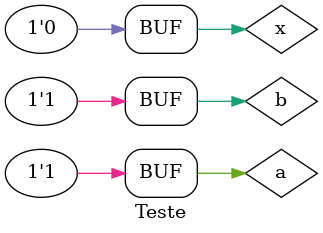
<source format=v>


module Multiplex (s0,s1,a,b,c,d,x);
	input a,b,c,d,x;
	output s0,s1;
	wire q1,q2,q3,q4;
	not not1 (q0,x); //x'
	and (q1,a,q0);
	and (q2,q0,b);
	and (q3,c,x);
	and (q4,d,x);
	or  (s0,q1,q3);
	or (s1,q2,q4);
endmodule

module Grupos (s0,s1,a,b,x);
	input a,b,x;
	output s0,s1;
	wire q0,q1,q2,q3;
	nand (q0,a,b);
	nor (q1,a,b);
	and (q3,a,b);
	or (q4,a,b);
	Multiplex mx (s0,s1,q0,q1,q2,q3,x);
endmodule


module Teste;
	reg a,b,x;
	wire s0,s1;
	Grupos gr (s0,s1,a,b,x);
	initial begin: start
	a = 0; b = 0; x = 0;
end

initial begin:main
	$display ("Nome: Roger Rubens Machado - 430533");
	$display ("Operador de Meia-Soma com portas primitivas.");
	$display (" a | b | = | s0 | s1 |\n");
	$monitor (" %b | %b | = | %2b | %2b |",a,b,s0,s1);
	#1	a = 0; b = 1;
	#1 a = 1; b = 0;
	#1 a = 1; b = 1;
end
endmodule



</source>
